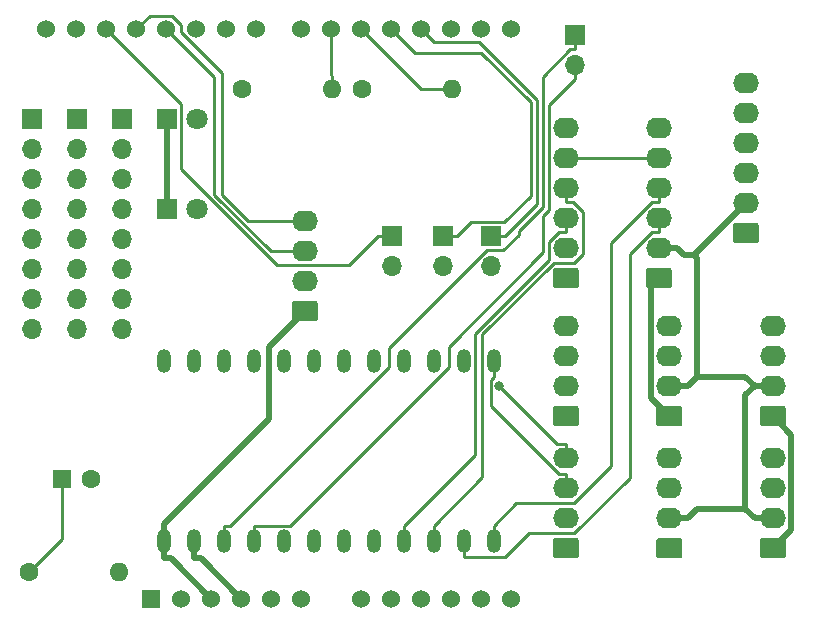
<source format=gbr>
G04 #@! TF.GenerationSoftware,KiCad,Pcbnew,(5.1.5-0-10_14)*
G04 #@! TF.CreationDate,2020-06-21T14:14:04+10:00*
G04 #@! TF.ProjectId,Arduino_NW_I2C,41726475-696e-46f5-9f4e-575f4932432e,rev?*
G04 #@! TF.SameCoordinates,Original*
G04 #@! TF.FileFunction,Copper,L2,Bot*
G04 #@! TF.FilePolarity,Positive*
%FSLAX46Y46*%
G04 Gerber Fmt 4.6, Leading zero omitted, Abs format (unit mm)*
G04 Created by KiCad (PCBNEW (5.1.5-0-10_14)) date 2020-06-21 14:14:04*
%MOMM*%
%LPD*%
G04 APERTURE LIST*
%ADD10O,1.600000X1.600000*%
%ADD11C,1.600000*%
%ADD12O,1.700000X1.700000*%
%ADD13R,1.700000X1.700000*%
%ADD14O,2.200000X1.740000*%
%ADD15C,0.100000*%
%ADD16O,1.200000X2.000000*%
%ADD17C,1.800000*%
%ADD18R,1.800000X1.800000*%
%ADD19R,1.600000X1.600000*%
%ADD20C,1.524000*%
%ADD21R,1.524000X1.524000*%
%ADD22C,0.800000*%
%ADD23C,0.500000*%
%ADD24C,0.250000*%
G04 APERTURE END LIST*
D10*
X108316000Y-111760000D03*
D11*
X100696000Y-111760000D03*
D10*
X136510000Y-70866000D03*
D11*
X128890000Y-70866000D03*
D10*
X126350000Y-70866000D03*
D11*
X118730000Y-70866000D03*
D12*
X146924000Y-68834000D03*
D13*
X146924000Y-66294000D03*
D12*
X108570000Y-91186000D03*
X108570000Y-88646000D03*
X108570000Y-86106000D03*
X108570000Y-83566000D03*
X108570000Y-81026000D03*
X108570000Y-78486000D03*
X108570000Y-75946000D03*
D13*
X108570000Y-73406000D03*
D12*
X104760000Y-91186000D03*
X104760000Y-88646000D03*
X104760000Y-86106000D03*
X104760000Y-83566000D03*
X104760000Y-81026000D03*
X104760000Y-78486000D03*
X104760000Y-75946000D03*
D13*
X104760000Y-73406000D03*
D12*
X100950000Y-91186000D03*
X100950000Y-88646000D03*
X100950000Y-86106000D03*
X100950000Y-83566000D03*
X100950000Y-81026000D03*
X100950000Y-78486000D03*
X100950000Y-75946000D03*
D13*
X100950000Y-73406000D03*
D14*
X163688000Y-102108000D03*
X163688000Y-104648000D03*
X163688000Y-107188000D03*
G04 #@! TA.AperFunction,ComponentPad*
D15*
G36*
X164562505Y-108859204D02*
G01*
X164586773Y-108862804D01*
X164610572Y-108868765D01*
X164633671Y-108877030D01*
X164655850Y-108887520D01*
X164676893Y-108900132D01*
X164696599Y-108914747D01*
X164714777Y-108931223D01*
X164731253Y-108949401D01*
X164745868Y-108969107D01*
X164758480Y-108990150D01*
X164768970Y-109012329D01*
X164777235Y-109035428D01*
X164783196Y-109059227D01*
X164786796Y-109083495D01*
X164788000Y-109107999D01*
X164788000Y-110348001D01*
X164786796Y-110372505D01*
X164783196Y-110396773D01*
X164777235Y-110420572D01*
X164768970Y-110443671D01*
X164758480Y-110465850D01*
X164745868Y-110486893D01*
X164731253Y-110506599D01*
X164714777Y-110524777D01*
X164696599Y-110541253D01*
X164676893Y-110555868D01*
X164655850Y-110568480D01*
X164633671Y-110578970D01*
X164610572Y-110587235D01*
X164586773Y-110593196D01*
X164562505Y-110596796D01*
X164538001Y-110598000D01*
X162837999Y-110598000D01*
X162813495Y-110596796D01*
X162789227Y-110593196D01*
X162765428Y-110587235D01*
X162742329Y-110578970D01*
X162720150Y-110568480D01*
X162699107Y-110555868D01*
X162679401Y-110541253D01*
X162661223Y-110524777D01*
X162644747Y-110506599D01*
X162630132Y-110486893D01*
X162617520Y-110465850D01*
X162607030Y-110443671D01*
X162598765Y-110420572D01*
X162592804Y-110396773D01*
X162589204Y-110372505D01*
X162588000Y-110348001D01*
X162588000Y-109107999D01*
X162589204Y-109083495D01*
X162592804Y-109059227D01*
X162598765Y-109035428D01*
X162607030Y-109012329D01*
X162617520Y-108990150D01*
X162630132Y-108969107D01*
X162644747Y-108949401D01*
X162661223Y-108931223D01*
X162679401Y-108914747D01*
X162699107Y-108900132D01*
X162720150Y-108887520D01*
X162742329Y-108877030D01*
X162765428Y-108868765D01*
X162789227Y-108862804D01*
X162813495Y-108859204D01*
X162837999Y-108858000D01*
X164538001Y-108858000D01*
X164562505Y-108859204D01*
G37*
G04 #@! TD.AperFunction*
D14*
X154925000Y-90932000D03*
X154925000Y-93472000D03*
X154925000Y-96012000D03*
G04 #@! TA.AperFunction,ComponentPad*
D15*
G36*
X155799505Y-97683204D02*
G01*
X155823773Y-97686804D01*
X155847572Y-97692765D01*
X155870671Y-97701030D01*
X155892850Y-97711520D01*
X155913893Y-97724132D01*
X155933599Y-97738747D01*
X155951777Y-97755223D01*
X155968253Y-97773401D01*
X155982868Y-97793107D01*
X155995480Y-97814150D01*
X156005970Y-97836329D01*
X156014235Y-97859428D01*
X156020196Y-97883227D01*
X156023796Y-97907495D01*
X156025000Y-97931999D01*
X156025000Y-99172001D01*
X156023796Y-99196505D01*
X156020196Y-99220773D01*
X156014235Y-99244572D01*
X156005970Y-99267671D01*
X155995480Y-99289850D01*
X155982868Y-99310893D01*
X155968253Y-99330599D01*
X155951777Y-99348777D01*
X155933599Y-99365253D01*
X155913893Y-99379868D01*
X155892850Y-99392480D01*
X155870671Y-99402970D01*
X155847572Y-99411235D01*
X155823773Y-99417196D01*
X155799505Y-99420796D01*
X155775001Y-99422000D01*
X154074999Y-99422000D01*
X154050495Y-99420796D01*
X154026227Y-99417196D01*
X154002428Y-99411235D01*
X153979329Y-99402970D01*
X153957150Y-99392480D01*
X153936107Y-99379868D01*
X153916401Y-99365253D01*
X153898223Y-99348777D01*
X153881747Y-99330599D01*
X153867132Y-99310893D01*
X153854520Y-99289850D01*
X153844030Y-99267671D01*
X153835765Y-99244572D01*
X153829804Y-99220773D01*
X153826204Y-99196505D01*
X153825000Y-99172001D01*
X153825000Y-97931999D01*
X153826204Y-97907495D01*
X153829804Y-97883227D01*
X153835765Y-97859428D01*
X153844030Y-97836329D01*
X153854520Y-97814150D01*
X153867132Y-97793107D01*
X153881747Y-97773401D01*
X153898223Y-97755223D01*
X153916401Y-97738747D01*
X153936107Y-97724132D01*
X153957150Y-97711520D01*
X153979329Y-97701030D01*
X154002428Y-97692765D01*
X154026227Y-97686804D01*
X154050495Y-97683204D01*
X154074999Y-97682000D01*
X155775001Y-97682000D01*
X155799505Y-97683204D01*
G37*
G04 #@! TD.AperFunction*
D14*
X154925000Y-102108000D03*
X154925000Y-104648000D03*
X154925000Y-107188000D03*
G04 #@! TA.AperFunction,ComponentPad*
D15*
G36*
X155799505Y-108859204D02*
G01*
X155823773Y-108862804D01*
X155847572Y-108868765D01*
X155870671Y-108877030D01*
X155892850Y-108887520D01*
X155913893Y-108900132D01*
X155933599Y-108914747D01*
X155951777Y-108931223D01*
X155968253Y-108949401D01*
X155982868Y-108969107D01*
X155995480Y-108990150D01*
X156005970Y-109012329D01*
X156014235Y-109035428D01*
X156020196Y-109059227D01*
X156023796Y-109083495D01*
X156025000Y-109107999D01*
X156025000Y-110348001D01*
X156023796Y-110372505D01*
X156020196Y-110396773D01*
X156014235Y-110420572D01*
X156005970Y-110443671D01*
X155995480Y-110465850D01*
X155982868Y-110486893D01*
X155968253Y-110506599D01*
X155951777Y-110524777D01*
X155933599Y-110541253D01*
X155913893Y-110555868D01*
X155892850Y-110568480D01*
X155870671Y-110578970D01*
X155847572Y-110587235D01*
X155823773Y-110593196D01*
X155799505Y-110596796D01*
X155775001Y-110598000D01*
X154074999Y-110598000D01*
X154050495Y-110596796D01*
X154026227Y-110593196D01*
X154002428Y-110587235D01*
X153979329Y-110578970D01*
X153957150Y-110568480D01*
X153936107Y-110555868D01*
X153916401Y-110541253D01*
X153898223Y-110524777D01*
X153881747Y-110506599D01*
X153867132Y-110486893D01*
X153854520Y-110465850D01*
X153844030Y-110443671D01*
X153835765Y-110420572D01*
X153829804Y-110396773D01*
X153826204Y-110372505D01*
X153825000Y-110348001D01*
X153825000Y-109107999D01*
X153826204Y-109083495D01*
X153829804Y-109059227D01*
X153835765Y-109035428D01*
X153844030Y-109012329D01*
X153854520Y-108990150D01*
X153867132Y-108969107D01*
X153881747Y-108949401D01*
X153898223Y-108931223D01*
X153916401Y-108914747D01*
X153936107Y-108900132D01*
X153957150Y-108887520D01*
X153979329Y-108877030D01*
X154002428Y-108868765D01*
X154026227Y-108862804D01*
X154050495Y-108859204D01*
X154074999Y-108858000D01*
X155775001Y-108858000D01*
X155799505Y-108859204D01*
G37*
G04 #@! TD.AperFunction*
D14*
X146162000Y-90932000D03*
X146162000Y-93472000D03*
X146162000Y-96012000D03*
G04 #@! TA.AperFunction,ComponentPad*
D15*
G36*
X147036505Y-97683204D02*
G01*
X147060773Y-97686804D01*
X147084572Y-97692765D01*
X147107671Y-97701030D01*
X147129850Y-97711520D01*
X147150893Y-97724132D01*
X147170599Y-97738747D01*
X147188777Y-97755223D01*
X147205253Y-97773401D01*
X147219868Y-97793107D01*
X147232480Y-97814150D01*
X147242970Y-97836329D01*
X147251235Y-97859428D01*
X147257196Y-97883227D01*
X147260796Y-97907495D01*
X147262000Y-97931999D01*
X147262000Y-99172001D01*
X147260796Y-99196505D01*
X147257196Y-99220773D01*
X147251235Y-99244572D01*
X147242970Y-99267671D01*
X147232480Y-99289850D01*
X147219868Y-99310893D01*
X147205253Y-99330599D01*
X147188777Y-99348777D01*
X147170599Y-99365253D01*
X147150893Y-99379868D01*
X147129850Y-99392480D01*
X147107671Y-99402970D01*
X147084572Y-99411235D01*
X147060773Y-99417196D01*
X147036505Y-99420796D01*
X147012001Y-99422000D01*
X145311999Y-99422000D01*
X145287495Y-99420796D01*
X145263227Y-99417196D01*
X145239428Y-99411235D01*
X145216329Y-99402970D01*
X145194150Y-99392480D01*
X145173107Y-99379868D01*
X145153401Y-99365253D01*
X145135223Y-99348777D01*
X145118747Y-99330599D01*
X145104132Y-99310893D01*
X145091520Y-99289850D01*
X145081030Y-99267671D01*
X145072765Y-99244572D01*
X145066804Y-99220773D01*
X145063204Y-99196505D01*
X145062000Y-99172001D01*
X145062000Y-97931999D01*
X145063204Y-97907495D01*
X145066804Y-97883227D01*
X145072765Y-97859428D01*
X145081030Y-97836329D01*
X145091520Y-97814150D01*
X145104132Y-97793107D01*
X145118747Y-97773401D01*
X145135223Y-97755223D01*
X145153401Y-97738747D01*
X145173107Y-97724132D01*
X145194150Y-97711520D01*
X145216329Y-97701030D01*
X145239428Y-97692765D01*
X145263227Y-97686804D01*
X145287495Y-97683204D01*
X145311999Y-97682000D01*
X147012001Y-97682000D01*
X147036505Y-97683204D01*
G37*
G04 #@! TD.AperFunction*
D14*
X146162000Y-102108000D03*
X146162000Y-104648000D03*
X146162000Y-107188000D03*
G04 #@! TA.AperFunction,ComponentPad*
D15*
G36*
X147036505Y-108859204D02*
G01*
X147060773Y-108862804D01*
X147084572Y-108868765D01*
X147107671Y-108877030D01*
X147129850Y-108887520D01*
X147150893Y-108900132D01*
X147170599Y-108914747D01*
X147188777Y-108931223D01*
X147205253Y-108949401D01*
X147219868Y-108969107D01*
X147232480Y-108990150D01*
X147242970Y-109012329D01*
X147251235Y-109035428D01*
X147257196Y-109059227D01*
X147260796Y-109083495D01*
X147262000Y-109107999D01*
X147262000Y-110348001D01*
X147260796Y-110372505D01*
X147257196Y-110396773D01*
X147251235Y-110420572D01*
X147242970Y-110443671D01*
X147232480Y-110465850D01*
X147219868Y-110486893D01*
X147205253Y-110506599D01*
X147188777Y-110524777D01*
X147170599Y-110541253D01*
X147150893Y-110555868D01*
X147129850Y-110568480D01*
X147107671Y-110578970D01*
X147084572Y-110587235D01*
X147060773Y-110593196D01*
X147036505Y-110596796D01*
X147012001Y-110598000D01*
X145311999Y-110598000D01*
X145287495Y-110596796D01*
X145263227Y-110593196D01*
X145239428Y-110587235D01*
X145216329Y-110578970D01*
X145194150Y-110568480D01*
X145173107Y-110555868D01*
X145153401Y-110541253D01*
X145135223Y-110524777D01*
X145118747Y-110506599D01*
X145104132Y-110486893D01*
X145091520Y-110465850D01*
X145081030Y-110443671D01*
X145072765Y-110420572D01*
X145066804Y-110396773D01*
X145063204Y-110372505D01*
X145062000Y-110348001D01*
X145062000Y-109107999D01*
X145063204Y-109083495D01*
X145066804Y-109059227D01*
X145072765Y-109035428D01*
X145081030Y-109012329D01*
X145091520Y-108990150D01*
X145104132Y-108969107D01*
X145118747Y-108949401D01*
X145135223Y-108931223D01*
X145153401Y-108914747D01*
X145173107Y-108900132D01*
X145194150Y-108887520D01*
X145216329Y-108877030D01*
X145239428Y-108868765D01*
X145263227Y-108862804D01*
X145287495Y-108859204D01*
X145311999Y-108858000D01*
X147012001Y-108858000D01*
X147036505Y-108859204D01*
G37*
G04 #@! TD.AperFunction*
D14*
X161402000Y-70358000D03*
X161402000Y-72898000D03*
X161402000Y-75438000D03*
X161402000Y-77978000D03*
X161402000Y-80518000D03*
G04 #@! TA.AperFunction,ComponentPad*
D15*
G36*
X162276505Y-82189204D02*
G01*
X162300773Y-82192804D01*
X162324572Y-82198765D01*
X162347671Y-82207030D01*
X162369850Y-82217520D01*
X162390893Y-82230132D01*
X162410599Y-82244747D01*
X162428777Y-82261223D01*
X162445253Y-82279401D01*
X162459868Y-82299107D01*
X162472480Y-82320150D01*
X162482970Y-82342329D01*
X162491235Y-82365428D01*
X162497196Y-82389227D01*
X162500796Y-82413495D01*
X162502000Y-82437999D01*
X162502000Y-83678001D01*
X162500796Y-83702505D01*
X162497196Y-83726773D01*
X162491235Y-83750572D01*
X162482970Y-83773671D01*
X162472480Y-83795850D01*
X162459868Y-83816893D01*
X162445253Y-83836599D01*
X162428777Y-83854777D01*
X162410599Y-83871253D01*
X162390893Y-83885868D01*
X162369850Y-83898480D01*
X162347671Y-83908970D01*
X162324572Y-83917235D01*
X162300773Y-83923196D01*
X162276505Y-83926796D01*
X162252001Y-83928000D01*
X160551999Y-83928000D01*
X160527495Y-83926796D01*
X160503227Y-83923196D01*
X160479428Y-83917235D01*
X160456329Y-83908970D01*
X160434150Y-83898480D01*
X160413107Y-83885868D01*
X160393401Y-83871253D01*
X160375223Y-83854777D01*
X160358747Y-83836599D01*
X160344132Y-83816893D01*
X160331520Y-83795850D01*
X160321030Y-83773671D01*
X160312765Y-83750572D01*
X160306804Y-83726773D01*
X160303204Y-83702505D01*
X160302000Y-83678001D01*
X160302000Y-82437999D01*
X160303204Y-82413495D01*
X160306804Y-82389227D01*
X160312765Y-82365428D01*
X160321030Y-82342329D01*
X160331520Y-82320150D01*
X160344132Y-82299107D01*
X160358747Y-82279401D01*
X160375223Y-82261223D01*
X160393401Y-82244747D01*
X160413107Y-82230132D01*
X160434150Y-82217520D01*
X160456329Y-82207030D01*
X160479428Y-82198765D01*
X160503227Y-82192804D01*
X160527495Y-82189204D01*
X160551999Y-82188000D01*
X162252001Y-82188000D01*
X162276505Y-82189204D01*
G37*
G04 #@! TD.AperFunction*
D14*
X154036000Y-74168000D03*
X154036000Y-76708000D03*
X154036000Y-79248000D03*
X154036000Y-81788000D03*
X154036000Y-84328000D03*
G04 #@! TA.AperFunction,ComponentPad*
D15*
G36*
X154910505Y-85999204D02*
G01*
X154934773Y-86002804D01*
X154958572Y-86008765D01*
X154981671Y-86017030D01*
X155003850Y-86027520D01*
X155024893Y-86040132D01*
X155044599Y-86054747D01*
X155062777Y-86071223D01*
X155079253Y-86089401D01*
X155093868Y-86109107D01*
X155106480Y-86130150D01*
X155116970Y-86152329D01*
X155125235Y-86175428D01*
X155131196Y-86199227D01*
X155134796Y-86223495D01*
X155136000Y-86247999D01*
X155136000Y-87488001D01*
X155134796Y-87512505D01*
X155131196Y-87536773D01*
X155125235Y-87560572D01*
X155116970Y-87583671D01*
X155106480Y-87605850D01*
X155093868Y-87626893D01*
X155079253Y-87646599D01*
X155062777Y-87664777D01*
X155044599Y-87681253D01*
X155024893Y-87695868D01*
X155003850Y-87708480D01*
X154981671Y-87718970D01*
X154958572Y-87727235D01*
X154934773Y-87733196D01*
X154910505Y-87736796D01*
X154886001Y-87738000D01*
X153185999Y-87738000D01*
X153161495Y-87736796D01*
X153137227Y-87733196D01*
X153113428Y-87727235D01*
X153090329Y-87718970D01*
X153068150Y-87708480D01*
X153047107Y-87695868D01*
X153027401Y-87681253D01*
X153009223Y-87664777D01*
X152992747Y-87646599D01*
X152978132Y-87626893D01*
X152965520Y-87605850D01*
X152955030Y-87583671D01*
X152946765Y-87560572D01*
X152940804Y-87536773D01*
X152937204Y-87512505D01*
X152936000Y-87488001D01*
X152936000Y-86247999D01*
X152937204Y-86223495D01*
X152940804Y-86199227D01*
X152946765Y-86175428D01*
X152955030Y-86152329D01*
X152965520Y-86130150D01*
X152978132Y-86109107D01*
X152992747Y-86089401D01*
X153009223Y-86071223D01*
X153027401Y-86054747D01*
X153047107Y-86040132D01*
X153068150Y-86027520D01*
X153090329Y-86017030D01*
X153113428Y-86008765D01*
X153137227Y-86002804D01*
X153161495Y-85999204D01*
X153185999Y-85998000D01*
X154886001Y-85998000D01*
X154910505Y-85999204D01*
G37*
G04 #@! TD.AperFunction*
D14*
X146162000Y-74168000D03*
X146162000Y-76708000D03*
X146162000Y-79248000D03*
X146162000Y-81788000D03*
X146162000Y-84328000D03*
G04 #@! TA.AperFunction,ComponentPad*
D15*
G36*
X147036505Y-85999204D02*
G01*
X147060773Y-86002804D01*
X147084572Y-86008765D01*
X147107671Y-86017030D01*
X147129850Y-86027520D01*
X147150893Y-86040132D01*
X147170599Y-86054747D01*
X147188777Y-86071223D01*
X147205253Y-86089401D01*
X147219868Y-86109107D01*
X147232480Y-86130150D01*
X147242970Y-86152329D01*
X147251235Y-86175428D01*
X147257196Y-86199227D01*
X147260796Y-86223495D01*
X147262000Y-86247999D01*
X147262000Y-87488001D01*
X147260796Y-87512505D01*
X147257196Y-87536773D01*
X147251235Y-87560572D01*
X147242970Y-87583671D01*
X147232480Y-87605850D01*
X147219868Y-87626893D01*
X147205253Y-87646599D01*
X147188777Y-87664777D01*
X147170599Y-87681253D01*
X147150893Y-87695868D01*
X147129850Y-87708480D01*
X147107671Y-87718970D01*
X147084572Y-87727235D01*
X147060773Y-87733196D01*
X147036505Y-87736796D01*
X147012001Y-87738000D01*
X145311999Y-87738000D01*
X145287495Y-87736796D01*
X145263227Y-87733196D01*
X145239428Y-87727235D01*
X145216329Y-87718970D01*
X145194150Y-87708480D01*
X145173107Y-87695868D01*
X145153401Y-87681253D01*
X145135223Y-87664777D01*
X145118747Y-87646599D01*
X145104132Y-87626893D01*
X145091520Y-87605850D01*
X145081030Y-87583671D01*
X145072765Y-87560572D01*
X145066804Y-87536773D01*
X145063204Y-87512505D01*
X145062000Y-87488001D01*
X145062000Y-86247999D01*
X145063204Y-86223495D01*
X145066804Y-86199227D01*
X145072765Y-86175428D01*
X145081030Y-86152329D01*
X145091520Y-86130150D01*
X145104132Y-86109107D01*
X145118747Y-86089401D01*
X145135223Y-86071223D01*
X145153401Y-86054747D01*
X145173107Y-86040132D01*
X145194150Y-86027520D01*
X145216329Y-86017030D01*
X145239428Y-86008765D01*
X145263227Y-86002804D01*
X145287495Y-85999204D01*
X145311999Y-85998000D01*
X147012001Y-85998000D01*
X147036505Y-85999204D01*
G37*
G04 #@! TD.AperFunction*
D14*
X163688000Y-90932000D03*
X163688000Y-93472000D03*
X163688000Y-96012000D03*
G04 #@! TA.AperFunction,ComponentPad*
D15*
G36*
X164562505Y-97683204D02*
G01*
X164586773Y-97686804D01*
X164610572Y-97692765D01*
X164633671Y-97701030D01*
X164655850Y-97711520D01*
X164676893Y-97724132D01*
X164696599Y-97738747D01*
X164714777Y-97755223D01*
X164731253Y-97773401D01*
X164745868Y-97793107D01*
X164758480Y-97814150D01*
X164768970Y-97836329D01*
X164777235Y-97859428D01*
X164783196Y-97883227D01*
X164786796Y-97907495D01*
X164788000Y-97931999D01*
X164788000Y-99172001D01*
X164786796Y-99196505D01*
X164783196Y-99220773D01*
X164777235Y-99244572D01*
X164768970Y-99267671D01*
X164758480Y-99289850D01*
X164745868Y-99310893D01*
X164731253Y-99330599D01*
X164714777Y-99348777D01*
X164696599Y-99365253D01*
X164676893Y-99379868D01*
X164655850Y-99392480D01*
X164633671Y-99402970D01*
X164610572Y-99411235D01*
X164586773Y-99417196D01*
X164562505Y-99420796D01*
X164538001Y-99422000D01*
X162837999Y-99422000D01*
X162813495Y-99420796D01*
X162789227Y-99417196D01*
X162765428Y-99411235D01*
X162742329Y-99402970D01*
X162720150Y-99392480D01*
X162699107Y-99379868D01*
X162679401Y-99365253D01*
X162661223Y-99348777D01*
X162644747Y-99330599D01*
X162630132Y-99310893D01*
X162617520Y-99289850D01*
X162607030Y-99267671D01*
X162598765Y-99244572D01*
X162592804Y-99220773D01*
X162589204Y-99196505D01*
X162588000Y-99172001D01*
X162588000Y-97931999D01*
X162589204Y-97907495D01*
X162592804Y-97883227D01*
X162598765Y-97859428D01*
X162607030Y-97836329D01*
X162617520Y-97814150D01*
X162630132Y-97793107D01*
X162644747Y-97773401D01*
X162661223Y-97755223D01*
X162679401Y-97738747D01*
X162699107Y-97724132D01*
X162720150Y-97711520D01*
X162742329Y-97701030D01*
X162765428Y-97692765D01*
X162789227Y-97686804D01*
X162813495Y-97683204D01*
X162837999Y-97682000D01*
X164538001Y-97682000D01*
X164562505Y-97683204D01*
G37*
G04 #@! TD.AperFunction*
D12*
X131430000Y-85852000D03*
D13*
X131430000Y-83312000D03*
D12*
X135748000Y-85852000D03*
D13*
X135748000Y-83312000D03*
D12*
X139812000Y-85852000D03*
D13*
X139812000Y-83312000D03*
D14*
X124064000Y-82042000D03*
X124064000Y-84582000D03*
X124064000Y-87122000D03*
G04 #@! TA.AperFunction,ComponentPad*
D15*
G36*
X124938505Y-88793204D02*
G01*
X124962773Y-88796804D01*
X124986572Y-88802765D01*
X125009671Y-88811030D01*
X125031850Y-88821520D01*
X125052893Y-88834132D01*
X125072599Y-88848747D01*
X125090777Y-88865223D01*
X125107253Y-88883401D01*
X125121868Y-88903107D01*
X125134480Y-88924150D01*
X125144970Y-88946329D01*
X125153235Y-88969428D01*
X125159196Y-88993227D01*
X125162796Y-89017495D01*
X125164000Y-89041999D01*
X125164000Y-90282001D01*
X125162796Y-90306505D01*
X125159196Y-90330773D01*
X125153235Y-90354572D01*
X125144970Y-90377671D01*
X125134480Y-90399850D01*
X125121868Y-90420893D01*
X125107253Y-90440599D01*
X125090777Y-90458777D01*
X125072599Y-90475253D01*
X125052893Y-90489868D01*
X125031850Y-90502480D01*
X125009671Y-90512970D01*
X124986572Y-90521235D01*
X124962773Y-90527196D01*
X124938505Y-90530796D01*
X124914001Y-90532000D01*
X123213999Y-90532000D01*
X123189495Y-90530796D01*
X123165227Y-90527196D01*
X123141428Y-90521235D01*
X123118329Y-90512970D01*
X123096150Y-90502480D01*
X123075107Y-90489868D01*
X123055401Y-90475253D01*
X123037223Y-90458777D01*
X123020747Y-90440599D01*
X123006132Y-90420893D01*
X122993520Y-90399850D01*
X122983030Y-90377671D01*
X122974765Y-90354572D01*
X122968804Y-90330773D01*
X122965204Y-90306505D01*
X122964000Y-90282001D01*
X122964000Y-89041999D01*
X122965204Y-89017495D01*
X122968804Y-88993227D01*
X122974765Y-88969428D01*
X122983030Y-88946329D01*
X122993520Y-88924150D01*
X123006132Y-88903107D01*
X123020747Y-88883401D01*
X123037223Y-88865223D01*
X123055401Y-88848747D01*
X123075107Y-88834132D01*
X123096150Y-88821520D01*
X123118329Y-88811030D01*
X123141428Y-88802765D01*
X123165227Y-88796804D01*
X123189495Y-88793204D01*
X123213999Y-88792000D01*
X124914001Y-88792000D01*
X124938505Y-88793204D01*
G37*
G04 #@! TD.AperFunction*
D16*
X140080000Y-109146000D03*
X140080000Y-93906000D03*
X137540000Y-109146000D03*
X137540000Y-93906000D03*
X135000000Y-109146000D03*
X135000000Y-93906000D03*
X132460000Y-109146000D03*
X132460000Y-93906000D03*
X129920000Y-109146000D03*
X129920000Y-93906000D03*
X127380000Y-109146000D03*
X127380000Y-93906000D03*
X124840000Y-109146000D03*
X124840000Y-93906000D03*
X122300000Y-109146000D03*
X122300000Y-93906000D03*
X119760000Y-109146000D03*
X119760000Y-93906000D03*
X117220000Y-109146000D03*
X117220000Y-93906000D03*
X114680000Y-109146000D03*
X114680000Y-93906000D03*
X112140000Y-109146000D03*
X112140000Y-93906000D03*
D17*
X114920000Y-81026000D03*
D18*
X112380000Y-81026000D03*
D17*
X114920000Y-73406000D03*
D18*
X112380000Y-73406000D03*
D19*
X103490000Y-103886000D03*
D11*
X105990000Y-103886000D03*
D20*
X102177000Y-65782000D03*
X104717000Y-65782000D03*
X107257000Y-65782000D03*
X109797000Y-65782000D03*
X112337000Y-65782000D03*
X114877000Y-65782000D03*
X117417000Y-65782000D03*
X119957000Y-65782000D03*
X123767000Y-65782000D03*
X126307000Y-65782000D03*
X128847000Y-65782000D03*
X131387000Y-65782000D03*
X133927000Y-65782000D03*
X136467000Y-65782000D03*
X139007000Y-65782000D03*
X141547000Y-65782000D03*
X141547000Y-114042000D03*
X139007000Y-114042000D03*
X136467000Y-114042000D03*
X133927000Y-114042000D03*
X131387000Y-114042000D03*
X128847000Y-114042000D03*
X123767000Y-114042000D03*
X121227000Y-114042000D03*
X118687000Y-114042000D03*
X116147000Y-114042000D03*
X113607000Y-114042000D03*
D21*
X111067000Y-114042000D03*
D22*
X140511500Y-95995200D03*
D23*
X161352700Y-106403000D02*
X162137700Y-107188000D01*
X156475300Y-107188000D02*
X157260300Y-106403000D01*
X157260300Y-106403000D02*
X161352700Y-106403000D01*
X162137700Y-96012000D02*
X161352700Y-96797000D01*
X161352700Y-96797000D02*
X161352700Y-106403000D01*
X162312300Y-96012000D02*
X162137700Y-96012000D01*
X163688000Y-96012000D02*
X162312300Y-96012000D01*
X157260300Y-95227000D02*
X156475300Y-96012000D01*
X157008000Y-84912000D02*
X157260300Y-85164300D01*
X157260300Y-85164300D02*
X157260300Y-95227000D01*
X157260300Y-95227000D02*
X161352700Y-95227000D01*
X161352700Y-95227000D02*
X162137700Y-96012000D01*
X154925000Y-96012000D02*
X156475300Y-96012000D01*
X157008000Y-84912000D02*
X156170300Y-84912000D01*
X156170300Y-84912000D02*
X155586300Y-84328000D01*
X161402000Y-80518000D02*
X157008000Y-84912000D01*
X154036000Y-84328000D02*
X155586300Y-84328000D01*
X154925000Y-107188000D02*
X156475300Y-107188000D01*
X163688000Y-107188000D02*
X162137700Y-107188000D01*
X112380000Y-73406000D02*
X112380000Y-81026000D01*
X114680000Y-109146000D02*
X114680000Y-110596300D01*
X118687000Y-114042000D02*
X115241300Y-110596300D01*
X115241300Y-110596300D02*
X114680000Y-110596300D01*
D24*
X103490000Y-103886000D02*
X103490000Y-108966000D01*
X103490000Y-108966000D02*
X100696000Y-111760000D01*
X136510000Y-70866000D02*
X133931000Y-70866000D01*
X133931000Y-70866000D02*
X128847000Y-65782000D01*
D23*
X154925000Y-98552000D02*
X153374500Y-97001500D01*
X153374500Y-97001500D02*
X153374500Y-87529500D01*
X153374500Y-87529500D02*
X154036000Y-86868000D01*
X163688000Y-98552000D02*
X165240100Y-100104100D01*
X165240100Y-100104100D02*
X165240100Y-108175900D01*
X165240100Y-108175900D02*
X163688000Y-109728000D01*
X112140000Y-109146000D02*
X112140000Y-110596300D01*
X116147000Y-114042000D02*
X112701300Y-110596300D01*
X112701300Y-110596300D02*
X112140000Y-110596300D01*
X112140000Y-109146000D02*
X112140000Y-107695700D01*
X112140000Y-107695700D02*
X121030000Y-98805700D01*
X121030000Y-98805700D02*
X121030000Y-92696000D01*
X121030000Y-92696000D02*
X124064000Y-89662000D01*
D24*
X112337000Y-65782000D02*
X116401700Y-69846700D01*
X116401700Y-69846700D02*
X116401700Y-79807600D01*
X116401700Y-79807600D02*
X121176100Y-84582000D01*
X121176100Y-84582000D02*
X124064000Y-84582000D01*
X109797000Y-65782000D02*
X110934100Y-64644900D01*
X110934100Y-64644900D02*
X112801100Y-64644900D01*
X112801100Y-64644900D02*
X113607000Y-65450800D01*
X113607000Y-65450800D02*
X113607000Y-66049800D01*
X113607000Y-66049800D02*
X117093600Y-69536400D01*
X117093600Y-69536400D02*
X117093600Y-79862500D01*
X117093600Y-79862500D02*
X119273100Y-82042000D01*
X119273100Y-82042000D02*
X124064000Y-82042000D01*
X126350000Y-70866000D02*
X126350000Y-69740700D01*
X126307000Y-65782000D02*
X126307000Y-69697700D01*
X126307000Y-69697700D02*
X126350000Y-69740700D01*
X146162000Y-82983300D02*
X145564300Y-82983300D01*
X145564300Y-82983300D02*
X144717200Y-83830400D01*
X144717200Y-83830400D02*
X144717200Y-85365500D01*
X144717200Y-85365500D02*
X138465300Y-91617400D01*
X138465300Y-91617400D02*
X138465300Y-101815400D01*
X138465300Y-101815400D02*
X132460000Y-107820700D01*
X146162000Y-81788000D02*
X146162000Y-82983300D01*
X132460000Y-109146000D02*
X132460000Y-107820700D01*
X146162000Y-79248000D02*
X146162000Y-80443300D01*
X135000000Y-109146000D02*
X135000000Y-107820700D01*
X135000000Y-107820700D02*
X139106900Y-103713800D01*
X139106900Y-103713800D02*
X139106900Y-91626100D01*
X139106900Y-91626100D02*
X145135500Y-85597500D01*
X145135500Y-85597500D02*
X146850400Y-85597500D01*
X146850400Y-85597500D02*
X147590800Y-84857100D01*
X147590800Y-84857100D02*
X147590800Y-81274500D01*
X147590800Y-81274500D02*
X146759600Y-80443300D01*
X146759600Y-80443300D02*
X146162000Y-80443300D01*
X146162000Y-76708000D02*
X154036000Y-76708000D01*
X154036000Y-81788000D02*
X154036000Y-82983300D01*
X137540000Y-109146000D02*
X137540000Y-110471300D01*
X137540000Y-110471300D02*
X141034400Y-110471300D01*
X141034400Y-110471300D02*
X143048200Y-108457500D01*
X143048200Y-108457500D02*
X146880700Y-108457500D01*
X146880700Y-108457500D02*
X151593600Y-103744600D01*
X151593600Y-103744600D02*
X151593600Y-84828100D01*
X151593600Y-84828100D02*
X153438400Y-82983300D01*
X153438400Y-82983300D02*
X154036000Y-82983300D01*
X154036000Y-80443300D02*
X153438400Y-80443300D01*
X153438400Y-80443300D02*
X149994500Y-83887200D01*
X149994500Y-83887200D02*
X149994500Y-102743700D01*
X149994500Y-102743700D02*
X146820200Y-105918000D01*
X146820200Y-105918000D02*
X141982700Y-105918000D01*
X141982700Y-105918000D02*
X140080000Y-107820700D01*
X154036000Y-79248000D02*
X154036000Y-80443300D01*
X140080000Y-109146000D02*
X140080000Y-107820700D01*
X140080000Y-93906000D02*
X140080000Y-95231300D01*
X140080000Y-95231300D02*
X139786200Y-95525100D01*
X139786200Y-95525100D02*
X139786200Y-97694100D01*
X139786200Y-97694100D02*
X145544800Y-103452700D01*
X145544800Y-103452700D02*
X146162000Y-103452700D01*
X146162000Y-104648000D02*
X146162000Y-103452700D01*
X146162000Y-102108000D02*
X146162000Y-100912700D01*
X140511500Y-95995200D02*
X145429000Y-100912700D01*
X145429000Y-100912700D02*
X146162000Y-100912700D01*
X139812000Y-83312000D02*
X140987300Y-83312000D01*
X133927000Y-65782000D02*
X135014400Y-66869400D01*
X135014400Y-66869400D02*
X138769100Y-66869400D01*
X138769100Y-66869400D02*
X143686400Y-71786700D01*
X143686400Y-71786700D02*
X143686400Y-80612900D01*
X143686400Y-80612900D02*
X140987300Y-83312000D01*
X131387000Y-65782000D02*
X133375100Y-67770100D01*
X133375100Y-67770100D02*
X139011000Y-67770100D01*
X139011000Y-67770100D02*
X143218600Y-71977700D01*
X143218600Y-71977700D02*
X143218600Y-79873300D01*
X143218600Y-79873300D02*
X140955200Y-82136700D01*
X140955200Y-82136700D02*
X138098600Y-82136700D01*
X138098600Y-82136700D02*
X136923300Y-83312000D01*
X135748000Y-83312000D02*
X136923300Y-83312000D01*
X131430000Y-83312000D02*
X130254700Y-83312000D01*
X107257000Y-65782000D02*
X113605400Y-72130400D01*
X113605400Y-72130400D02*
X113605400Y-77648200D01*
X113605400Y-77648200D02*
X121749800Y-85792600D01*
X121749800Y-85792600D02*
X127774100Y-85792600D01*
X127774100Y-85792600D02*
X130254700Y-83312000D01*
X146924000Y-68834000D02*
X146924000Y-70009300D01*
X119760000Y-109146000D02*
X119760000Y-107820700D01*
X119760000Y-107820700D02*
X122808000Y-107820700D01*
X122808000Y-107820700D02*
X136270000Y-94358700D01*
X136270000Y-94358700D02*
X136270000Y-92686100D01*
X136270000Y-92686100D02*
X144266800Y-84689300D01*
X144266800Y-84689300D02*
X144266800Y-81578800D01*
X144266800Y-81578800D02*
X144717200Y-81128400D01*
X144717200Y-81128400D02*
X144717200Y-72216100D01*
X144717200Y-72216100D02*
X146924000Y-70009300D01*
X146924000Y-66294000D02*
X146924000Y-67469300D01*
X117220000Y-109146000D02*
X117220000Y-107820700D01*
X117220000Y-107820700D02*
X117717000Y-107820700D01*
X117717000Y-107820700D02*
X131190000Y-94347700D01*
X131190000Y-94347700D02*
X131190000Y-92811700D01*
X131190000Y-92811700D02*
X139514300Y-84487400D01*
X139514300Y-84487400D02*
X140872500Y-84487400D01*
X140872500Y-84487400D02*
X142184600Y-83175300D01*
X142184600Y-83175300D02*
X142184600Y-82835500D01*
X142184600Y-82835500D02*
X144205700Y-80814400D01*
X144205700Y-80814400D02*
X144205700Y-69820300D01*
X144205700Y-69820300D02*
X146556700Y-67469300D01*
X146556700Y-67469300D02*
X146924000Y-67469300D01*
M02*

</source>
